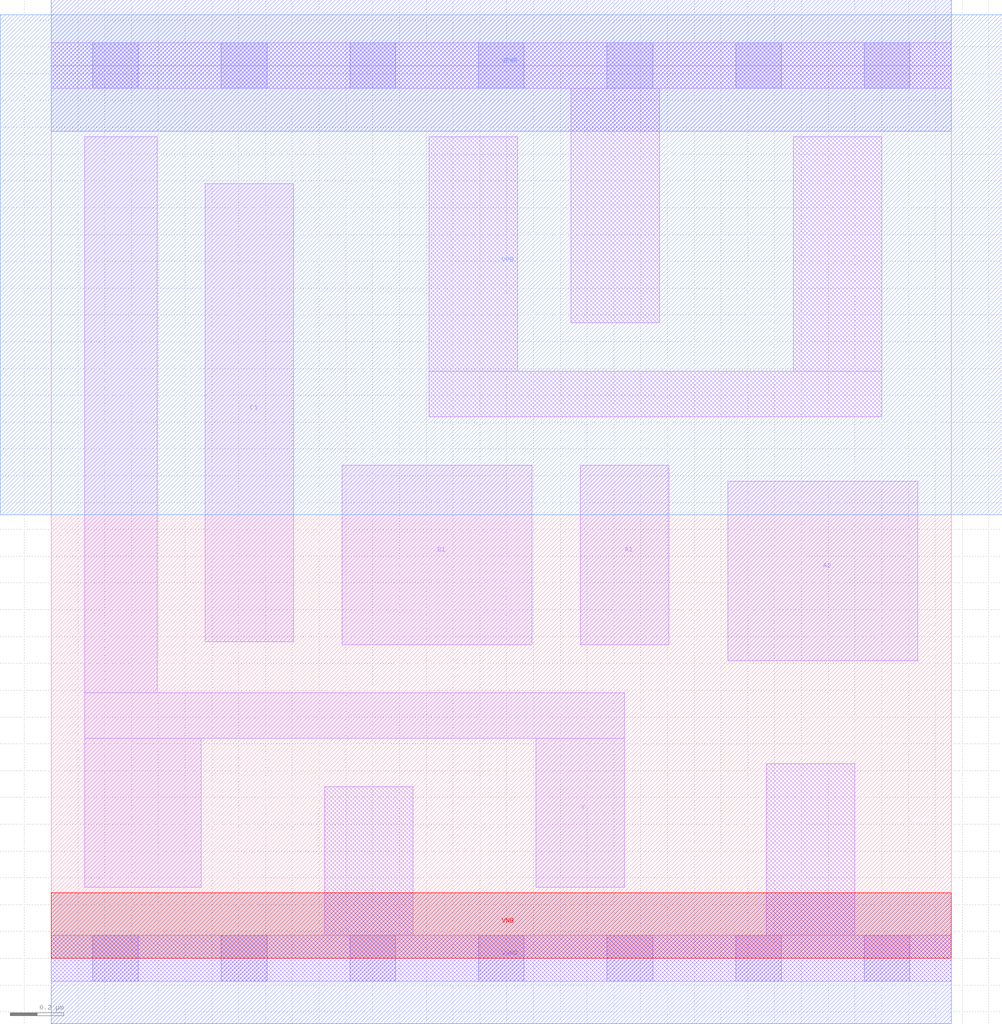
<source format=lef>
# Copyright 2020 The SkyWater PDK Authors
#
# Licensed under the Apache License, Version 2.0 (the "License");
# you may not use this file except in compliance with the License.
# You may obtain a copy of the License at
#
#     https://www.apache.org/licenses/LICENSE-2.0
#
# Unless required by applicable law or agreed to in writing, software
# distributed under the License is distributed on an "AS IS" BASIS,
# WITHOUT WARRANTIES OR CONDITIONS OF ANY KIND, either express or implied.
# See the License for the specific language governing permissions and
# limitations under the License.
#
# SPDX-License-Identifier: Apache-2.0

VERSION 5.7 ;
  NOWIREEXTENSIONATPIN ON ;
  DIVIDERCHAR "/" ;
  BUSBITCHARS "[]" ;
MACRO sky130_fd_sc_lp__a211oi_lp
  CLASS CORE ;
  FOREIGN sky130_fd_sc_lp__a211oi_lp ;
  ORIGIN  0.000000  0.000000 ;
  SIZE  3.360000 BY  3.330000 ;
  SYMMETRY X Y R90 ;
  SITE unit ;
  PIN A1
    ANTENNAGATEAREA  0.313000 ;
    DIRECTION INPUT ;
    USE SIGNAL ;
    PORT
      LAYER li1 ;
        RECT 1.975000 1.170000 2.305000 1.840000 ;
    END
  END A1
  PIN A2
    ANTENNAGATEAREA  0.313000 ;
    DIRECTION INPUT ;
    USE SIGNAL ;
    PORT
      LAYER li1 ;
        RECT 2.525000 1.110000 3.235000 1.780000 ;
    END
  END A2
  PIN B1
    ANTENNAGATEAREA  0.376000 ;
    DIRECTION INPUT ;
    USE SIGNAL ;
    PORT
      LAYER li1 ;
        RECT 1.085000 1.170000 1.795000 1.840000 ;
    END
  END B1
  PIN C1
    ANTENNAGATEAREA  0.376000 ;
    DIRECTION INPUT ;
    USE SIGNAL ;
    PORT
      LAYER li1 ;
        RECT 0.575000 1.180000 0.905000 2.890000 ;
    END
  END C1
  PIN Y
    ANTENNADIFFAREA  0.727300 ;
    DIRECTION OUTPUT ;
    USE SIGNAL ;
    PORT
      LAYER li1 ;
        RECT 0.125000 0.265000 0.560000 0.820000 ;
        RECT 0.125000 0.820000 2.140000 0.990000 ;
        RECT 0.125000 0.990000 0.395000 3.065000 ;
        RECT 1.810000 0.265000 2.140000 0.820000 ;
    END
  END Y
  PIN VGND
    DIRECTION INOUT ;
    USE GROUND ;
    PORT
      LAYER met1 ;
        RECT 0.000000 -0.245000 3.360000 0.245000 ;
    END
  END VGND
  PIN VNB
    DIRECTION INOUT ;
    USE GROUND ;
    PORT
      LAYER pwell ;
        RECT 0.000000 0.000000 3.360000 0.245000 ;
    END
  END VNB
  PIN VPB
    DIRECTION INOUT ;
    USE POWER ;
    PORT
      LAYER nwell ;
        RECT -0.190000 1.655000 3.550000 3.520000 ;
    END
  END VPB
  PIN VPWR
    DIRECTION INOUT ;
    USE POWER ;
    PORT
      LAYER met1 ;
        RECT 0.000000 3.085000 3.360000 3.575000 ;
    END
  END VPWR
  OBS
    LAYER li1 ;
      RECT 0.000000 -0.085000 3.360000 0.085000 ;
      RECT 0.000000  3.245000 3.360000 3.415000 ;
      RECT 1.020000  0.085000 1.350000 0.640000 ;
      RECT 1.410000  2.020000 3.100000 2.190000 ;
      RECT 1.410000  2.190000 1.740000 3.065000 ;
      RECT 1.940000  2.370000 2.270000 3.245000 ;
      RECT 2.670000  0.085000 3.000000 0.725000 ;
      RECT 2.770000  2.190000 3.100000 3.065000 ;
    LAYER mcon ;
      RECT 0.155000 -0.085000 0.325000 0.085000 ;
      RECT 0.155000  3.245000 0.325000 3.415000 ;
      RECT 0.635000 -0.085000 0.805000 0.085000 ;
      RECT 0.635000  3.245000 0.805000 3.415000 ;
      RECT 1.115000 -0.085000 1.285000 0.085000 ;
      RECT 1.115000  3.245000 1.285000 3.415000 ;
      RECT 1.595000 -0.085000 1.765000 0.085000 ;
      RECT 1.595000  3.245000 1.765000 3.415000 ;
      RECT 2.075000 -0.085000 2.245000 0.085000 ;
      RECT 2.075000  3.245000 2.245000 3.415000 ;
      RECT 2.555000 -0.085000 2.725000 0.085000 ;
      RECT 2.555000  3.245000 2.725000 3.415000 ;
      RECT 3.035000 -0.085000 3.205000 0.085000 ;
      RECT 3.035000  3.245000 3.205000 3.415000 ;
  END
END sky130_fd_sc_lp__a211oi_lp
END LIBRARY

</source>
